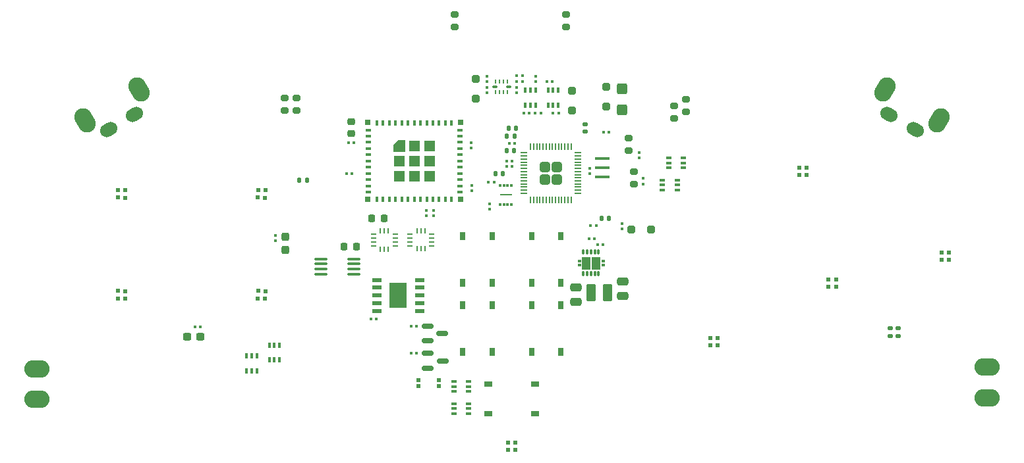
<source format=gbr>
%TF.GenerationSoftware,KiCad,Pcbnew,8.0.2*%
%TF.CreationDate,2024-07-05T17:46:32-07:00*%
%TF.ProjectId,UGC_Main,5547435f-4d61-4696-9e2e-6b696361645f,rev?*%
%TF.SameCoordinates,Original*%
%TF.FileFunction,Paste,Top*%
%TF.FilePolarity,Positive*%
%FSLAX46Y46*%
G04 Gerber Fmt 4.6, Leading zero omitted, Abs format (unit mm)*
G04 Created by KiCad (PCBNEW 8.0.2) date 2024-07-05 17:46:32*
%MOMM*%
%LPD*%
G01*
G04 APERTURE LIST*
G04 Aperture macros list*
%AMRoundRect*
0 Rectangle with rounded corners*
0 $1 Rounding radius*
0 $2 $3 $4 $5 $6 $7 $8 $9 X,Y pos of 4 corners*
0 Add a 4 corners polygon primitive as box body*
4,1,4,$2,$3,$4,$5,$6,$7,$8,$9,$2,$3,0*
0 Add four circle primitives for the rounded corners*
1,1,$1+$1,$2,$3*
1,1,$1+$1,$4,$5*
1,1,$1+$1,$6,$7*
1,1,$1+$1,$8,$9*
0 Add four rect primitives between the rounded corners*
20,1,$1+$1,$2,$3,$4,$5,0*
20,1,$1+$1,$4,$5,$6,$7,0*
20,1,$1+$1,$6,$7,$8,$9,0*
20,1,$1+$1,$8,$9,$2,$3,0*%
%AMHorizOval*
0 Thick line with rounded ends*
0 $1 width*
0 $2 $3 position (X,Y) of the first rounded end (center of the circle)*
0 $4 $5 position (X,Y) of the second rounded end (center of the circle)*
0 Add line between two ends*
20,1,$1,$2,$3,$4,$5,0*
0 Add two circle primitives to create the rounded ends*
1,1,$1,$2,$3*
1,1,$1,$4,$5*%
%AMRotRect*
0 Rectangle, with rotation*
0 The origin of the aperture is its center*
0 $1 length*
0 $2 width*
0 $3 Rotation angle, in degrees counterclockwise*
0 Add horizontal line*
21,1,$1,$2,0,0,$3*%
G04 Aperture macros list end*
%ADD10C,0.010000*%
%ADD11RoundRect,0.079500X0.100500X-0.079500X0.100500X0.079500X-0.100500X0.079500X-0.100500X-0.079500X0*%
%ADD12RoundRect,0.140000X-0.140000X-0.170000X0.140000X-0.170000X0.140000X0.170000X-0.140000X0.170000X0*%
%ADD13RoundRect,0.250000X0.475000X-0.250000X0.475000X0.250000X-0.475000X0.250000X-0.475000X-0.250000X0*%
%ADD14RoundRect,0.135000X0.185000X-0.135000X0.185000X0.135000X-0.185000X0.135000X-0.185000X-0.135000X0*%
%ADD15RoundRect,0.079500X-0.079500X-0.100500X0.079500X-0.100500X0.079500X0.100500X-0.079500X0.100500X0*%
%ADD16R,0.550000X0.500000*%
%ADD17RoundRect,0.079500X0.079500X0.100500X-0.079500X0.100500X-0.079500X-0.100500X0.079500X-0.100500X0*%
%ADD18RoundRect,0.200000X-0.275000X0.200000X-0.275000X-0.200000X0.275000X-0.200000X0.275000X0.200000X0*%
%ADD19RoundRect,0.200000X0.275000X-0.200000X0.275000X0.200000X-0.275000X0.200000X-0.275000X-0.200000X0*%
%ADD20RoundRect,0.250000X0.375000X0.850000X-0.375000X0.850000X-0.375000X-0.850000X0.375000X-0.850000X0*%
%ADD21RoundRect,0.079500X-0.100500X0.079500X-0.100500X-0.079500X0.100500X-0.079500X0.100500X0.079500X0*%
%ADD22R,0.745000X0.280000*%
%ADD23R,0.280000X0.745000*%
%ADD24RoundRect,0.225000X-0.225000X-0.250000X0.225000X-0.250000X0.225000X0.250000X-0.225000X0.250000X0*%
%ADD25RoundRect,0.050000X0.075000X-0.225000X0.075000X0.225000X-0.075000X0.225000X-0.075000X-0.225000X0*%
%ADD26RoundRect,0.050000X0.050000X-0.225000X0.050000X0.225000X-0.050000X0.225000X-0.050000X-0.225000X0*%
%ADD27RoundRect,0.050000X0.250000X-0.100000X0.250000X0.100000X-0.250000X0.100000X-0.250000X-0.100000X0*%
%ADD28RoundRect,0.150000X-0.587500X-0.150000X0.587500X-0.150000X0.587500X0.150000X-0.587500X0.150000X0*%
%ADD29RoundRect,0.250000X-0.425000X0.450000X-0.425000X-0.450000X0.425000X-0.450000X0.425000X0.450000X0*%
%ADD30RoundRect,0.135000X-0.185000X0.135000X-0.185000X-0.135000X0.185000X-0.135000X0.185000X0.135000X0*%
%ADD31RotRect,0.550000X0.550000X357.000000*%
%ADD32R,1.300000X0.600000*%
%ADD33R,2.300000X3.200000*%
%ADD34RoundRect,0.140000X0.140000X0.170000X-0.140000X0.170000X-0.140000X-0.170000X0.140000X-0.170000X0*%
%ADD35R,0.550000X0.550000*%
%ADD36RoundRect,0.140000X-0.170000X0.140000X-0.170000X-0.140000X0.170000X-0.140000X0.170000X0.140000X0*%
%ADD37RoundRect,0.250000X-0.475000X0.250000X-0.475000X-0.250000X0.475000X-0.250000X0.475000X0.250000X0*%
%ADD38RoundRect,0.135000X-0.135000X-0.185000X0.135000X-0.185000X0.135000X0.185000X-0.135000X0.185000X0*%
%ADD39HorizOval,2.250000X-0.250000X0.433013X0.250000X-0.433013X0*%
%ADD40HorizOval,1.700000X0.259808X0.150000X-0.259808X-0.150000X0*%
%ADD41HorizOval,2.250000X-0.250000X-0.433013X0.250000X0.433013X0*%
%ADD42HorizOval,1.700000X0.259808X-0.150000X-0.259808X0.150000X0*%
%ADD43R,0.750000X1.000000*%
%ADD44RoundRect,0.100000X-0.225000X-0.100000X0.225000X-0.100000X0.225000X0.100000X-0.225000X0.100000X0*%
%ADD45RoundRect,0.249999X0.395001X-0.395001X0.395001X0.395001X-0.395001X0.395001X-0.395001X-0.395001X0*%
%ADD46RoundRect,0.050000X0.050000X-0.387500X0.050000X0.387500X-0.050000X0.387500X-0.050000X-0.387500X0*%
%ADD47RoundRect,0.050000X0.387500X-0.050000X0.387500X0.050000X-0.387500X0.050000X-0.387500X-0.050000X0*%
%ADD48RoundRect,0.250000X0.250000X-0.250000X0.250000X0.250000X-0.250000X0.250000X-0.250000X-0.250000X0*%
%ADD49RoundRect,0.100000X0.100000X-0.225000X0.100000X0.225000X-0.100000X0.225000X-0.100000X-0.225000X0*%
%ADD50RoundRect,0.100000X-0.712500X-0.100000X0.712500X-0.100000X0.712500X0.100000X-0.712500X0.100000X0*%
%ADD51RoundRect,0.100000X0.225000X0.100000X-0.225000X0.100000X-0.225000X-0.100000X0.225000X-0.100000X0*%
%ADD52R,1.000000X0.750000*%
%ADD53R,1.900000X0.400000*%
%ADD54RoundRect,0.237500X-0.300000X-0.237500X0.300000X-0.237500X0.300000X0.237500X-0.300000X0.237500X0*%
%ADD55RoundRect,0.225000X0.250000X-0.225000X0.250000X0.225000X-0.250000X0.225000X-0.250000X-0.225000X0*%
%ADD56RoundRect,0.250000X-0.250000X0.250000X-0.250000X-0.250000X0.250000X-0.250000X0.250000X0.250000X0*%
%ADD57RoundRect,0.237500X0.237500X-0.300000X0.237500X0.300000X-0.237500X0.300000X-0.237500X-0.300000X0*%
%ADD58R,0.800000X0.400000*%
%ADD59R,0.400000X0.800000*%
%ADD60R,1.450000X1.450000*%
%ADD61R,0.700000X0.700000*%
%ADD62RoundRect,0.007200X0.112800X-0.292800X0.112800X0.292800X-0.112800X0.292800X-0.112800X-0.292800X0*%
%ADD63O,3.250000X2.250000*%
%ADD64RoundRect,0.250000X0.250000X0.250000X-0.250000X0.250000X-0.250000X-0.250000X0.250000X-0.250000X0*%
%ADD65R,0.300000X0.400000*%
%ADD66R,1.600000X0.200000*%
G04 APERTURE END LIST*
D10*
%TO.C,U1*%
X204711000Y-104629800D02*
X203261000Y-104629800D01*
X203261000Y-103779800D01*
X203861000Y-103179800D01*
X204711000Y-103179800D01*
X204711000Y-104629800D01*
G36*
X204711000Y-104629800D02*
G01*
X203261000Y-104629800D01*
X203261000Y-103779800D01*
X203861000Y-103179800D01*
X204711000Y-103179800D01*
X204711000Y-104629800D01*
G37*
%TO.C,U4*%
X227265400Y-118848600D02*
X226925400Y-118848600D01*
X226925400Y-118598600D01*
X227265400Y-118598600D01*
X227265400Y-118848600D01*
G36*
X227265400Y-118848600D02*
G01*
X226925400Y-118848600D01*
X226925400Y-118598600D01*
X227265400Y-118598600D01*
X227265400Y-118848600D01*
G37*
X227265400Y-119348600D02*
X226925400Y-119348600D01*
X226925400Y-119098600D01*
X227265400Y-119098600D01*
X227265400Y-119348600D01*
G36*
X227265400Y-119348600D02*
G01*
X226925400Y-119348600D01*
X226925400Y-119098600D01*
X227265400Y-119098600D01*
X227265400Y-119348600D01*
G37*
X228525400Y-119723600D02*
X227465400Y-119723600D01*
X227465400Y-118223600D01*
X228525400Y-118223600D01*
X228525400Y-119723600D01*
G36*
X228525400Y-119723600D02*
G01*
X227465400Y-119723600D01*
X227465400Y-118223600D01*
X228525400Y-118223600D01*
X228525400Y-119723600D01*
G37*
X229785400Y-119723600D02*
X228725400Y-119723600D01*
X228725400Y-118223600D01*
X229785400Y-118223600D01*
X229785400Y-119723600D01*
G36*
X229785400Y-119723600D02*
G01*
X228725400Y-119723600D01*
X228725400Y-118223600D01*
X229785400Y-118223600D01*
X229785400Y-119723600D01*
G37*
X230325400Y-118848600D02*
X229985400Y-118848600D01*
X229985400Y-118598600D01*
X230325400Y-118598600D01*
X230325400Y-118848600D01*
G36*
X230325400Y-118848600D02*
G01*
X229985400Y-118848600D01*
X229985400Y-118598600D01*
X230325400Y-118598600D01*
X230325400Y-118848600D01*
G37*
X230325400Y-119348600D02*
X229985400Y-119348600D01*
X229985400Y-119098600D01*
X230325400Y-119098600D01*
X230325400Y-119348600D01*
G36*
X230325400Y-119348600D02*
G01*
X229985400Y-119348600D01*
X229985400Y-119098600D01*
X230325400Y-119098600D01*
X230325400Y-119348600D01*
G37*
%TD*%
D11*
%TO.C,R30*%
X219049600Y-95595000D03*
X219049600Y-94905000D03*
%TD*%
D12*
%TO.C,C17*%
X229974200Y-113207800D03*
X230934200Y-113207800D03*
%TD*%
D13*
%TO.C,C4*%
X232714800Y-123251000D03*
X232714800Y-121351000D03*
%TD*%
D14*
%TO.C,R35*%
X268122400Y-128373600D03*
X268122400Y-127353600D03*
%TD*%
D15*
%TO.C,R1*%
X177759800Y-127203200D03*
X178449800Y-127203200D03*
%TD*%
D16*
%TO.C,SW16*%
X206451200Y-134048600D03*
X206451200Y-134848600D03*
X209101200Y-134048600D03*
X209101200Y-134848600D03*
%TD*%
D11*
%TO.C,R8*%
X213309200Y-109717400D03*
X213309200Y-109027400D03*
%TD*%
D17*
%TO.C,R5*%
X230926200Y-102108000D03*
X230236200Y-102108000D03*
%TD*%
D18*
%TO.C,R22*%
X225430000Y-86985000D03*
X225430000Y-88635000D03*
%TD*%
D19*
%TO.C,R38*%
X240817400Y-99529400D03*
X240817400Y-97879400D03*
%TD*%
D20*
%TO.C,L5*%
X230767200Y-122783600D03*
X228617200Y-122783600D03*
%TD*%
D15*
%TO.C,R6*%
X217788900Y-106566900D03*
X218478900Y-106566900D03*
%TD*%
D11*
%TO.C,C15*%
X234797600Y-105424800D03*
X234797600Y-104734800D03*
%TD*%
D21*
%TO.C,R12*%
X228498400Y-106792200D03*
X228498400Y-107482200D03*
%TD*%
D22*
%TO.C,U10*%
X203487600Y-116777200D03*
X203487600Y-116277200D03*
X203487600Y-115777200D03*
X203487600Y-115277200D03*
D23*
X202589600Y-114879200D03*
X202089600Y-114879200D03*
X201589600Y-114879200D03*
D22*
X200691600Y-115277200D03*
X200691600Y-115777200D03*
X200691600Y-116277200D03*
X200691600Y-116777200D03*
D23*
X201589600Y-117175200D03*
X202089600Y-117175200D03*
X202589600Y-117175200D03*
%TD*%
D21*
%TO.C,C22*%
X215278400Y-96392800D03*
X215278400Y-97082800D03*
%TD*%
D24*
%TO.C,C12*%
X200494600Y-113233200D03*
X202044600Y-113233200D03*
%TD*%
D25*
%TO.C,U13*%
X216408000Y-96955600D03*
D26*
X216908000Y-96955600D03*
X217408000Y-96955600D03*
D25*
X217908000Y-96955600D03*
D27*
X218058000Y-96280600D03*
D25*
X217908000Y-95605600D03*
D26*
X217408000Y-95605600D03*
X216908000Y-95605600D03*
D25*
X216408000Y-95605600D03*
D27*
X216258000Y-96280600D03*
%TD*%
D28*
%TO.C,Q1*%
X207675000Y-127116800D03*
X207675000Y-129016800D03*
X209550000Y-128066800D03*
%TD*%
D17*
%TO.C,C11*%
X216170000Y-108550000D03*
X215480000Y-108550000D03*
%TD*%
D29*
%TO.C,C3*%
X232664000Y-96541600D03*
X232664000Y-99241600D03*
%TD*%
D18*
%TO.C,R21*%
X211140000Y-86965000D03*
X211140000Y-88615000D03*
%TD*%
D21*
%TO.C,R9*%
X213258400Y-103490200D03*
X213258400Y-104180200D03*
%TD*%
D30*
%TO.C,R34*%
X267106400Y-127353600D03*
X267106400Y-128373600D03*
%TD*%
D17*
%TO.C,R3*%
X230219870Y-116613394D03*
X229529870Y-116613394D03*
%TD*%
D31*
%TO.C,L2*%
X167834453Y-110533889D03*
X168783151Y-110583609D03*
X168832871Y-109634911D03*
X167884173Y-109585191D03*
%TD*%
D17*
%TO.C,R17*%
X206237400Y-130606800D03*
X205547400Y-130606800D03*
%TD*%
D18*
%TO.C,R37*%
X239293400Y-98743000D03*
X239293400Y-100393000D03*
%TD*%
D15*
%TO.C,R16*%
X205547400Y-127152400D03*
X206237400Y-127152400D03*
%TD*%
D32*
%TO.C,U12*%
X206617200Y-125164600D03*
X206617200Y-124164600D03*
X206617200Y-123164600D03*
X206617200Y-122164600D03*
X206617200Y-121164600D03*
X201117200Y-121164600D03*
X201117200Y-122164600D03*
X201117200Y-123164600D03*
X201117200Y-124164600D03*
X201117200Y-125164600D03*
D33*
X203867200Y-123164600D03*
%TD*%
D15*
%TO.C,R20*%
X197216200Y-107442000D03*
X197906200Y-107442000D03*
%TD*%
D34*
%TO.C,C8*%
X218818400Y-102666800D03*
X217858400Y-102666800D03*
%TD*%
D21*
%TO.C,C21*%
X219049600Y-96378200D03*
X219049600Y-97068200D03*
%TD*%
D31*
%TO.C,L1*%
X185834453Y-110533889D03*
X186783151Y-110583609D03*
X186832871Y-109634911D03*
X185884173Y-109585191D03*
%TD*%
D35*
%TO.C,L12*%
X259158657Y-122059400D03*
X260108657Y-122059400D03*
X260108657Y-121109400D03*
X259158657Y-121109400D03*
%TD*%
D17*
%TO.C,R25*%
X222188600Y-99720400D03*
X221498600Y-99720400D03*
%TD*%
D36*
%TO.C,C5*%
X227914200Y-101094600D03*
X227914200Y-102054600D03*
%TD*%
D19*
%TO.C,R36*%
X189255400Y-99377000D03*
X189255400Y-97727000D03*
%TD*%
D37*
%TO.C,C23*%
X226720400Y-122087600D03*
X226720400Y-123987600D03*
%TD*%
D38*
%TO.C,R11*%
X191107600Y-108356400D03*
X192127600Y-108356400D03*
%TD*%
D18*
%TO.C,R4*%
X190804800Y-97727000D03*
X190804800Y-99377000D03*
%TD*%
D21*
%TO.C,R18*%
X208381600Y-112227800D03*
X208381600Y-112917800D03*
%TD*%
%TO.C,R29*%
X215278400Y-94919600D03*
X215278400Y-95609600D03*
%TD*%
D39*
%TO.C,SW7*%
X163618112Y-100644336D03*
X170546316Y-96644336D03*
D40*
X166643465Y-101784400D03*
X170020963Y-99834400D03*
%TD*%
D41*
%TO.C,SW8*%
X266420998Y-96644336D03*
X273349202Y-100644336D03*
D42*
X266946351Y-99834400D03*
X270323849Y-101784400D03*
%TD*%
D43*
%TO.C,SW17*%
X215921157Y-115516400D03*
X215921157Y-121516400D03*
X212171157Y-115516400D03*
X212171157Y-121516400D03*
%TD*%
D17*
%TO.C,C6*%
X218835800Y-103581200D03*
X218145800Y-103581200D03*
%TD*%
D11*
%TO.C,R19*%
X207518000Y-112933000D03*
X207518000Y-112243000D03*
%TD*%
D24*
%TO.C,C13*%
X196938600Y-116840000D03*
X198488600Y-116840000D03*
%TD*%
D15*
%TO.C,R23*%
X223784600Y-99720400D03*
X224474600Y-99720400D03*
%TD*%
D21*
%TO.C,R28*%
X221538800Y-94955800D03*
X221538800Y-95645800D03*
%TD*%
D11*
%TO.C,R10*%
X215595200Y-112079600D03*
X215595200Y-111389600D03*
%TD*%
D44*
%TO.C,D13*%
X211038400Y-137080900D03*
X211038400Y-137730900D03*
X211038400Y-138380900D03*
X212938400Y-138380900D03*
X212938400Y-137730900D03*
X212938400Y-137080900D03*
%TD*%
D45*
%TO.C,U8*%
X222684800Y-108208100D03*
X224284800Y-108208100D03*
X222684800Y-106608100D03*
X224284800Y-106608100D03*
D46*
X220884800Y-110845600D03*
X221284800Y-110845600D03*
X221684800Y-110845600D03*
X222084800Y-110845600D03*
X222484800Y-110845600D03*
X222884800Y-110845600D03*
X223284800Y-110845600D03*
X223684800Y-110845600D03*
X224084800Y-110845600D03*
X224484800Y-110845600D03*
X224884800Y-110845600D03*
X225284800Y-110845600D03*
X225684800Y-110845600D03*
X226084800Y-110845600D03*
D47*
X226922300Y-110008100D03*
X226922300Y-109608100D03*
X226922300Y-109208100D03*
X226922300Y-108808100D03*
X226922300Y-108408100D03*
X226922300Y-108008100D03*
X226922300Y-107608100D03*
X226922300Y-107208100D03*
X226922300Y-106808100D03*
X226922300Y-106408100D03*
X226922300Y-106008100D03*
X226922300Y-105608100D03*
X226922300Y-105208100D03*
X226922300Y-104808100D03*
D46*
X226084800Y-103970600D03*
X225684800Y-103970600D03*
X225284800Y-103970600D03*
X224884800Y-103970600D03*
X224484800Y-103970600D03*
X224084800Y-103970600D03*
X223684800Y-103970600D03*
X223284800Y-103970600D03*
X222884800Y-103970600D03*
X222484800Y-103970600D03*
X222084800Y-103970600D03*
X221684800Y-103970600D03*
X221284800Y-103970600D03*
X220884800Y-103970600D03*
D47*
X220047300Y-104808100D03*
X220047300Y-105208100D03*
X220047300Y-105608100D03*
X220047300Y-106008100D03*
X220047300Y-106408100D03*
X220047300Y-106808100D03*
X220047300Y-107208100D03*
X220047300Y-107608100D03*
X220047300Y-108008100D03*
X220047300Y-108408100D03*
X220047300Y-108808100D03*
X220047300Y-109208100D03*
X220047300Y-109608100D03*
X220047300Y-110008100D03*
%TD*%
D35*
%TO.C,L13*%
X273671617Y-118569002D03*
X274621617Y-118569002D03*
X274621617Y-117619002D03*
X273671617Y-117619002D03*
%TD*%
D15*
%TO.C,R7*%
X217788900Y-105855700D03*
X218478900Y-105855700D03*
%TD*%
%TO.C,R26*%
X222971800Y-95656400D03*
X223661800Y-95656400D03*
%TD*%
D31*
%TO.C,L4*%
X185834453Y-123533889D03*
X186783151Y-123583609D03*
X186832871Y-122634911D03*
X185884173Y-122585191D03*
%TD*%
D18*
%TO.C,R14*%
X234188000Y-107226600D03*
X234188000Y-108876600D03*
%TD*%
D48*
%TO.C,D2*%
X213868000Y-97820800D03*
X213868000Y-95320800D03*
%TD*%
D49*
%TO.C,D8*%
X184414400Y-132842000D03*
X185064400Y-132842000D03*
X185714400Y-132842000D03*
X185714400Y-130942000D03*
X185064400Y-130942000D03*
X184414400Y-130942000D03*
%TD*%
D12*
%TO.C,C10*%
X217779600Y-104495600D03*
X218739600Y-104495600D03*
%TD*%
D50*
%TO.C,U6*%
X193924700Y-118455800D03*
X193924700Y-119105800D03*
X193924700Y-119755800D03*
X193924700Y-120405800D03*
X198149700Y-120405800D03*
X198149700Y-119755800D03*
X198149700Y-119105800D03*
X198149700Y-118455800D03*
%TD*%
D17*
%TO.C,C16*%
X229300600Y-114198400D03*
X228610600Y-114198400D03*
%TD*%
%TO.C,C18*%
X201030400Y-126161800D03*
X200340400Y-126161800D03*
%TD*%
%TO.C,R24*%
X220715400Y-99720400D03*
X220025400Y-99720400D03*
%TD*%
D51*
%TO.C,D5*%
X240527800Y-106745800D03*
X240527800Y-106095800D03*
X240527800Y-105445800D03*
X238627800Y-105445800D03*
X238627800Y-106095800D03*
X238627800Y-106745800D03*
%TD*%
D52*
%TO.C,SW5*%
X221483657Y-138353800D03*
X215483657Y-138353800D03*
X221483657Y-134603800D03*
X215483657Y-134603800D03*
%TD*%
D11*
%TO.C,R2*%
X188112400Y-116118200D03*
X188112400Y-115428200D03*
%TD*%
D53*
%TO.C,Y1*%
X230073200Y-107905400D03*
X230073200Y-106705400D03*
X230073200Y-105505400D03*
%TD*%
D44*
%TO.C,D12*%
X211038400Y-134221000D03*
X211038400Y-134871000D03*
X211038400Y-135521000D03*
X212938400Y-135521000D03*
X212938400Y-134871000D03*
X212938400Y-134221000D03*
%TD*%
D54*
%TO.C,C1*%
X176734300Y-128473200D03*
X178459300Y-128473200D03*
%TD*%
D43*
%TO.C,SW18*%
X221046157Y-130391400D03*
X221046157Y-124391400D03*
X224796157Y-130391400D03*
X224796157Y-124391400D03*
%TD*%
D34*
%TO.C,C7*%
X219021600Y-101650800D03*
X218061600Y-101650800D03*
%TD*%
D35*
%TO.C,L10*%
X243982313Y-129617540D03*
X244932313Y-129617540D03*
X244932313Y-128667540D03*
X243982313Y-128667540D03*
%TD*%
D55*
%TO.C,C19*%
X197866000Y-102324200D03*
X197866000Y-100774200D03*
%TD*%
D21*
%TO.C,R27*%
X219862400Y-94905000D03*
X219862400Y-95595000D03*
%TD*%
D15*
%TO.C,C20*%
X197521000Y-103479600D03*
X198211000Y-103479600D03*
%TD*%
D56*
%TO.C,D10*%
X226212400Y-96844800D03*
X226212400Y-99344800D03*
%TD*%
D57*
%TO.C,C2*%
X189382400Y-117296100D03*
X189382400Y-115571100D03*
%TD*%
D43*
%TO.C,SW19*%
X215921157Y-124391400D03*
X215921157Y-130391400D03*
X212171157Y-124391400D03*
X212171157Y-130391400D03*
%TD*%
D49*
%TO.C,D11*%
X187310000Y-131455200D03*
X187960000Y-131455200D03*
X188610000Y-131455200D03*
X188610000Y-129555200D03*
X187960000Y-129555200D03*
X187310000Y-129555200D03*
%TD*%
D28*
%TO.C,Q2*%
X207698100Y-130622000D03*
X207698100Y-132522000D03*
X209573100Y-131572000D03*
%TD*%
D58*
%TO.C,U1*%
X200036000Y-101854800D03*
X200036000Y-102654800D03*
X200036000Y-103454800D03*
X200036000Y-104254800D03*
X200036000Y-105054800D03*
X200036000Y-105854800D03*
X200036000Y-106654800D03*
X200036000Y-107454800D03*
X200036000Y-108254800D03*
X200036000Y-109054800D03*
X200036000Y-109854800D03*
D59*
X201136000Y-110754800D03*
X201936000Y-110754800D03*
X202736000Y-110754800D03*
X203536000Y-110754800D03*
X204336000Y-110754800D03*
X205136000Y-110754800D03*
X205936000Y-110754800D03*
X206736000Y-110754800D03*
X207536000Y-110754800D03*
X208336000Y-110754800D03*
X209136000Y-110754800D03*
X209936000Y-110754800D03*
X210736000Y-110754800D03*
D58*
X211836000Y-109854800D03*
X211836000Y-109054800D03*
X211836000Y-108254800D03*
X211836000Y-107454800D03*
X211836000Y-106654800D03*
X211836000Y-105854800D03*
X211836000Y-105054800D03*
X211836000Y-104254800D03*
X211836000Y-103454800D03*
X211836000Y-102654800D03*
X211836000Y-101854800D03*
D59*
X210736000Y-100954800D03*
X209936000Y-100954800D03*
X209136000Y-100954800D03*
X208336000Y-100954800D03*
X207536000Y-100954800D03*
X206736000Y-100954800D03*
X205936000Y-100954800D03*
X205136000Y-100954800D03*
X204336000Y-100954800D03*
X203536000Y-100954800D03*
X202736000Y-100954800D03*
X201936000Y-100954800D03*
X201136000Y-100954800D03*
D60*
X205936000Y-105854800D03*
D61*
X211886000Y-100904800D03*
X211886000Y-110804800D03*
X199986000Y-110804800D03*
X199986000Y-100904800D03*
D60*
X203986000Y-105854800D03*
X203986000Y-107804800D03*
X205936000Y-107804800D03*
X207886000Y-107804800D03*
X207886000Y-105854800D03*
X207886000Y-103904800D03*
X205936000Y-103904800D03*
%TD*%
D15*
%TO.C,C24*%
X228406576Y-115848352D03*
X229096576Y-115848352D03*
%TD*%
D18*
%TO.C,R13*%
X233476800Y-102883200D03*
X233476800Y-104533200D03*
%TD*%
D21*
%TO.C,C14*%
X235356400Y-108113000D03*
X235356400Y-108803000D03*
%TD*%
D35*
%TO.C,L11*%
X255416532Y-107687626D03*
X256366532Y-107687626D03*
X256366532Y-106737626D03*
X255416532Y-106737626D03*
%TD*%
D12*
%TO.C,C9*%
X216390000Y-107450000D03*
X217350000Y-107450000D03*
%TD*%
D11*
%TO.C,R15*%
X232613200Y-114594200D03*
X232613200Y-113904200D03*
%TD*%
D22*
%TO.C,U5*%
X208178400Y-116763800D03*
X208178400Y-116263800D03*
X208178400Y-115763800D03*
X208178400Y-115263800D03*
D23*
X207280400Y-114865800D03*
X206780400Y-114865800D03*
X206280400Y-114865800D03*
D22*
X205382400Y-115263800D03*
X205382400Y-115763800D03*
X205382400Y-116263800D03*
X205382400Y-116763800D03*
D23*
X206280400Y-117161800D03*
X206780400Y-117161800D03*
X207280400Y-117161800D03*
%TD*%
D62*
%TO.C,U4*%
X227625400Y-120373600D03*
X228125400Y-120373600D03*
X228625400Y-120373600D03*
X229125400Y-120373600D03*
X229625400Y-120373600D03*
X229625400Y-117573600D03*
X229125400Y-117573600D03*
X228625400Y-117573600D03*
X228125400Y-117573600D03*
X227625400Y-117573600D03*
%TD*%
D63*
%TO.C,J3*%
X279552400Y-132410200D03*
X279552400Y-136310200D03*
%TD*%
D49*
%TO.C,Q4*%
X220228400Y-98638400D03*
X220878400Y-98638400D03*
X221528400Y-98638400D03*
X221528400Y-96738400D03*
X220878400Y-96738400D03*
X220228400Y-96738400D03*
%TD*%
D43*
%TO.C,SW9*%
X221046157Y-121516400D03*
X221046157Y-115516400D03*
X224796157Y-121516400D03*
X224796157Y-115516400D03*
%TD*%
D31*
%TO.C,L3*%
X167834453Y-123533889D03*
X168783151Y-123583609D03*
X168832871Y-122634911D03*
X167884173Y-122585191D03*
%TD*%
D48*
%TO.C,D9*%
X230581200Y-98836800D03*
X230581200Y-96336800D03*
%TD*%
D49*
%TO.C,Q3*%
X223124000Y-98638400D03*
X223774000Y-98638400D03*
X224424000Y-98638400D03*
X224424000Y-96738400D03*
X223774000Y-96738400D03*
X223124000Y-96738400D03*
%TD*%
D51*
%TO.C,D4*%
X239710000Y-109605600D03*
X239710000Y-108955600D03*
X239710000Y-108305600D03*
X237810000Y-108305600D03*
X237810000Y-108955600D03*
X237810000Y-109605600D03*
%TD*%
D35*
%TO.C,L6*%
X218008657Y-143038600D03*
X218958657Y-143038600D03*
X218958657Y-142088600D03*
X218008657Y-142088600D03*
%TD*%
D64*
%TO.C,D1*%
X236352400Y-114706400D03*
X233852400Y-114706400D03*
%TD*%
D65*
%TO.C,U9*%
X216939993Y-111424008D03*
X217439993Y-111424008D03*
X217939993Y-111424008D03*
X218439993Y-111424008D03*
X218439993Y-109024008D03*
X217939993Y-109024008D03*
X217439993Y-109024008D03*
X216939993Y-109024008D03*
D66*
X217689993Y-110224008D03*
%TD*%
D63*
%TO.C,J2*%
X157466600Y-136534200D03*
X157466600Y-132634200D03*
%TD*%
M02*

</source>
